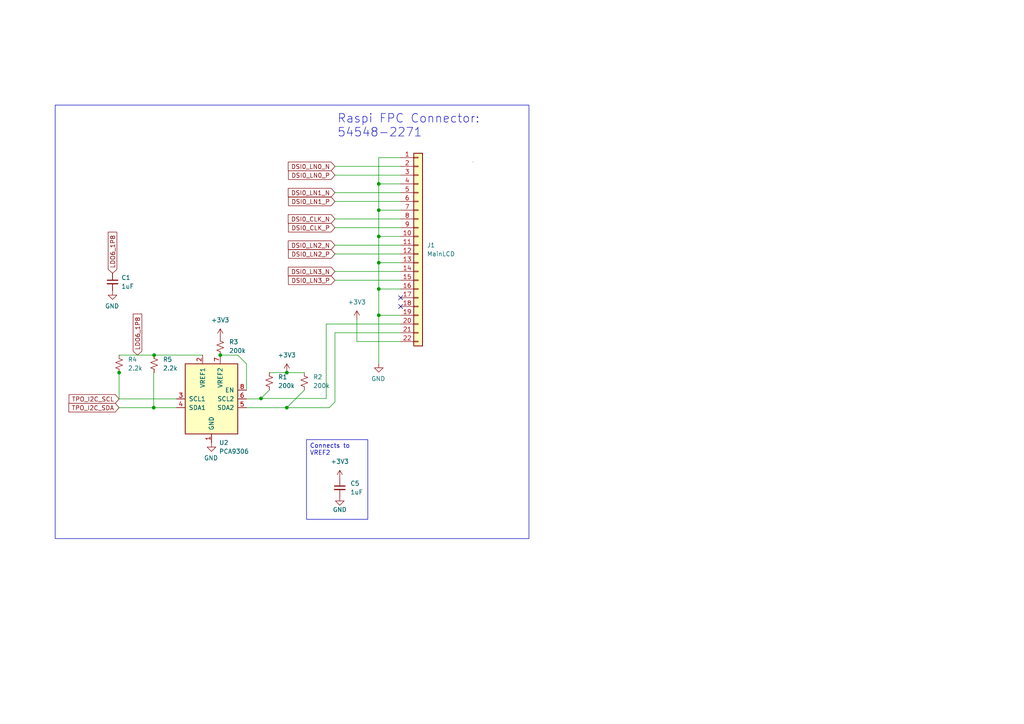
<source format=kicad_sch>
(kicad_sch (version 20230121) (generator eeschema)
  (paper "A4")
  (title_block (title "FusionX") (date "2023-08-15") (rev "1") (company "NoahGWood") (comment 1 "License: The Unlicense") (comment 2 "twitch.tv/u/noahgwood") (comment 3 "Developed Live On:") (comment 4 "SC600Y Based Smartphone"))
  (lib_symbols
    (symbol "Connector_Generic:Conn_01x22" (pin_names (offset 1.016) hide)
      (property "Reference" "J" (at 0 27.94 0))
      (property "Value" "Conn_01x22" (at 0 -30.48 0))
      (symbol "Conn_01x22_1_1"
        (rectangle (start -1.27 -27.813) (end 0 -28.067) (stroke (width 0.1524)))
        (rectangle (start -1.27 -25.273) (end 0 -25.527) (stroke (width 0.1524)))
        (rectangle (start -1.27 -22.733) (end 0 -22.987) (stroke (width 0.1524)))
        (rectangle (start -1.27 -20.193) (end 0 -20.447) (stroke (width 0.1524)))
        (rectangle (start -1.27 -17.653) (end 0 -17.907) (stroke (width 0.1524)))
        (rectangle (start -1.27 -15.113) (end 0 -15.367) (stroke (width 0.1524)))
        (rectangle (start -1.27 -12.573) (end 0 -12.827) (stroke (width 0.1524)))
        (rectangle (start -1.27 -10.033) (end 0 -10.287) (stroke (width 0.1524)))
        (rectangle (start -1.27 -7.493) (end 0 -7.747) (stroke (width 0.1524)))
        (rectangle (start -1.27 -4.953) (end 0 -5.207) (stroke (width 0.1524)))
        (rectangle (start -1.27 -2.413) (end 0 -2.667) (stroke (width 0.1524)))
        (rectangle (start -1.27 0.127) (end 0 -0.127) (stroke (width 0.1524)))
        (rectangle (start -1.27 2.667) (end 0 2.413) (stroke (width 0.1524)))
        (rectangle (start -1.27 5.207) (end 0 4.953) (stroke (width 0.1524)))
        (rectangle (start -1.27 7.747) (end 0 7.493) (stroke (width 0.1524)))
        (rectangle (start -1.27 10.287) (end 0 10.033) (stroke (width 0.1524)))
        (rectangle (start -1.27 12.827) (end 0 12.573) (stroke (width 0.1524)))
        (rectangle (start -1.27 15.367) (end 0 15.113) (stroke (width 0.1524)))
        (rectangle (start -1.27 17.907) (end 0 17.653) (stroke (width 0.1524)))
        (rectangle (start -1.27 20.447) (end 0 20.193) (stroke (width 0.1524)))
        (rectangle (start -1.27 22.987) (end 0 22.733) (stroke (width 0.1524)))
        (rectangle (start -1.27 25.527) (end 0 25.273) (stroke (width 0.1524)))
        (rectangle (start -1.27 26.67) (end 1.27 -29.21) (stroke (width 0.254)) (fill (type background)))
        (pin passive line (at -5.08 25.4 0) (length 3.81) (name "Pin_1") (number "1"))
        (pin passive line (at -5.08 2.54 0) (length 3.81) (name "Pin_10") (number "10"))
        (pin passive line (at -5.08 0 0) (length 3.81) (name "Pin_11") (number "11"))
        (pin passive line (at -5.08 -2.54 0) (length 3.81) (name "Pin_12") (number "12"))
        (pin passive line (at -5.08 -5.08 0) (length 3.81) (name "Pin_13") (number "13"))
        (pin passive line (at -5.08 -7.62 0) (length 3.81) (name "Pin_14") (number "14"))
        (pin passive line (at -5.08 -10.16 0) (length 3.81) (name "Pin_15") (number "15"))
        (pin passive line (at -5.08 -12.7 0) (length 3.81) (name "Pin_16") (number "16"))
        (pin passive line (at -5.08 -15.24 0) (length 3.81) (name "Pin_17") (number "17"))
        (pin passive line (at -5.08 -17.78 0) (length 3.81) (name "Pin_18") (number "18"))
        (pin passive line (at -5.08 -20.32 0) (length 3.81) (name "Pin_19") (number "19"))
        (pin passive line (at -5.08 22.86 0) (length 3.81) (name "Pin_2") (number "2"))
        (pin passive line (at -5.08 -22.86 0) (length 3.81) (name "Pin_20") (number "20"))
        (pin passive line (at -5.08 -25.4 0) (length 3.81) (name "Pin_21") (number "21"))
        (pin passive line (at -5.08 -27.94 0) (length 3.81) (name "Pin_22") (number "22"))
        (pin passive line (at -5.08 20.32 0) (length 3.81) (name "Pin_3") (number "3"))
        (pin passive line (at -5.08 17.78 0) (length 3.81) (name "Pin_4") (number "4"))
        (pin passive line (at -5.08 15.24 0) (length 3.81) (name "Pin_5") (number "5"))
        (pin passive line (at -5.08 12.7 0) (length 3.81) (name "Pin_6") (number "6"))
        (pin passive line (at -5.08 10.16 0) (length 3.81) (name "Pin_7") (number "7"))
        (pin passive line (at -5.08 7.62 0) (length 3.81) (name "Pin_8") (number "8"))
        (pin passive line (at -5.08 5.08 0) (length 3.81) (name "Pin_9") (number "9"))
      )
    )
    (symbol "Device:C_Small" (pin_numbers hide) (pin_names (offset 0.254) hide)
      (property "Reference" "C" (at 0.254 1.778 0))
      (property "Value" "C_Small" (at 0.254 -2.032 0))
      (symbol "C_Small_0_1"
        (polyline (pts (xy -1.524 -0.508) (xy 1.524 -0.508)) (stroke (width 0.3302)))
        (polyline (pts (xy -1.524 0.508) (xy 1.524 0.508)) (stroke (width 0.3048)))
      )
      (symbol "C_Small_1_1"
        (pin passive line (at 0 2.54 270) (length 2.032) (name "~") (number "1"))
        (pin passive line (at 0 -2.54 90) (length 2.032) (name "~") (number "2"))
      )
    )
    (symbol "Device:R_Small_US" (pin_numbers hide) (pin_names (offset 0.254) hide)
      (property "Reference" "R" (at 0.762 0.508 0))
      (property "Value" "R_Small_US" (at 0.762 -1.016 0))
      (symbol "R_Small_US_1_1"
        (polyline (pts (xy 0 0) (xy 1.016 -0.381) (xy 0 -0.762) (xy -1.016 -1.143) (xy 0 -1.524)))
        (polyline (pts (xy 0 1.524) (xy 1.016 1.143) (xy 0 0.762) (xy -1.016 0.381) (xy 0 0)))
        (pin passive line (at 0 2.54 270) (length 1.016) (name "~") (number "1"))
        (pin passive line (at 0 -2.54 90) (length 1.016) (name "~") (number "2"))
      )
    )
    (symbol "Interface:PCA9306" (pin_names (offset 1.016))
      (property "Reference" "U" (at -7.62 11.43 0))
      (property "Value" "PCA9306" (at 5.08 11.43 0))
      (symbol "PCA9306_0_1"
        (rectangle (start -7.62 10.16) (end 7.62 -10.16) (stroke (width 0.254)) (fill (type background)))
      )
      (symbol "PCA9306_1_1"
        (pin power_in line (at 0 -12.7 90) (length 2.54) (name "GND") (number "1"))
        (pin power_in line (at -2.54 12.7 270) (length 2.54) (name "VREF1") (number "2"))
        (pin bidirectional line (at -10.16 0 0) (length 2.54) (name "SCL1") (number "3"))
        (pin bidirectional line (at -10.16 -2.54 0) (length 2.54) (name "SDA1") (number "4"))
        (pin bidirectional line (at 10.16 -2.54 180) (length 2.54) (name "SDA2") (number "5"))
        (pin bidirectional line (at 10.16 0 180) (length 2.54) (name "SCL2") (number "6"))
        (pin power_in line (at 2.54 12.7 270) (length 2.54) (name "VREF2") (number "7"))
        (pin input line (at 10.16 2.54 180) (length 2.54) (name "EN") (number "8"))
      )
    )
    (symbol "power:+3V3" (power) (pin_names (offset 0))
      (property "Value" "+3V3" (at 0 3.556 0))
      (symbol "+3V3_0_1"
        (polyline (pts (xy -0.762 1.27) (xy 0 2.54)))
        (polyline (pts (xy 0 0) (xy 0 2.54)))
        (polyline (pts (xy 0 2.54) (xy 0.762 1.27)))
      )
      (symbol "+3V3_1_1"
        (pin power_in line (at 0 0 90) (length 0) hide (name "+3V3") (number "1"))
      )
    )
    (symbol "power:GND" (power) (pin_names (offset 0))
      (property "Value" "GND" (at 0 -3.81 0))
      (symbol "GND_0_1"
        (polyline (pts (xy 0 0) (xy 0 -1.27) (xy 1.27 -1.27) (xy 0 -2.54) (xy -1.27 -1.27) (xy 0 -1.27)))
      )
      (symbol "GND_1_1"
        (pin power_in line (at 0 0 270) (length 0) hide (name "GND") (number "1"))
      )
    )
  )
  (junction (at 44.577 118.237))
  (junction (at 109.855 76.2))
  (junction (at 34.544 108.077))
  (junction (at 44.704 102.997))
  (junction (at 63.881 102.997))
  (junction (at 109.855 68.58))
  (junction (at 83.185 118.237))
  (junction (at 109.855 91.44))
  (junction (at 109.855 60.96))
  (junction (at 83.185 108.077))
  (junction (at 109.855 83.82))
  (junction (at 109.855 53.34))
  (junction (at 75.692 115.57))
  (no_connect (at 116.205 86.36))
  (no_connect (at 116.205 88.9))
  (wire (pts (xy 71.501 105.537) (xy 68.961 102.997)))
  (wire (pts (xy 94.615 93.98) (xy 116.205 93.98)))
  (wire (pts (xy 109.855 91.44) (xy 116.205 91.44)))
  (wire (pts (xy 34.544 115.697) (xy 51.181 115.697)))
  (wire (pts (xy 103.505 92.71) (xy 103.505 99.06)))
  (wire (pts (xy 103.505 99.06) (xy 116.205 99.06)))
  (wire (pts (xy 109.855 60.96) (xy 109.855 68.58)))
  (wire (pts (xy 44.704 102.997) (xy 58.801 102.997)))
  (wire (pts (xy 94.615 93.98) (xy 94.615 115.57)))
  (wire (pts (xy 109.855 68.58) (xy 109.855 76.2)))
  (wire (pts (xy 75.692 115.57) (xy 94.615 115.57)))
  (wire (pts (xy 71.501 118.237) (xy 83.185 118.237)))
  (wire (pts (xy 71.501 115.697) (xy 75.565 115.697)))
  (wire (pts (xy 109.855 83.82) (xy 116.205 83.82)))
  (wire (pts (xy 83.185 108.077) (xy 88.265 108.077)))
  (wire (pts (xy 97.155 66.04) (xy 116.205 66.04)))
  (wire (pts (xy 71.501 113.157) (xy 71.501 105.537)))
  (wire (pts (xy 109.855 91.44) (xy 109.855 105.41)))
  (wire (pts (xy 44.577 118.237) (xy 51.181 118.237)))
  (wire (pts (xy 109.855 76.2) (xy 109.855 83.82)))
  (wire (pts (xy 97.155 55.88) (xy 116.205 55.88)))
  (wire (pts (xy 109.855 45.72) (xy 109.855 53.34)))
  (wire (pts (xy 83.185 118.237) (xy 88.265 113.157)))
  (wire (pts (xy 97.155 48.26) (xy 116.205 48.26)))
  (wire (pts (xy 97.155 58.42) (xy 116.205 58.42)))
  (wire (pts (xy 97.155 96.52) (xy 116.205 96.52)))
  (wire (pts (xy 109.855 83.82) (xy 109.855 91.44)))
  (wire (pts (xy 109.855 53.34) (xy 116.205 53.34)))
  (wire (pts (xy 63.881 102.997) (xy 68.961 102.997)))
  (wire (pts (xy 109.855 68.58) (xy 116.205 68.58)))
  (wire (pts (xy 75.565 115.697) (xy 75.692 115.57)))
  (wire (pts (xy 34.544 108.077) (xy 34.544 115.697)))
  (wire (pts (xy 97.155 71.12) (xy 116.205 71.12)))
  (wire (pts (xy 34.544 118.237) (xy 44.577 118.237)))
  (wire (pts (xy 44.577 108.077) (xy 44.577 118.237)))
  (wire (pts (xy 97.155 63.5) (xy 116.205 63.5)))
  (wire (pts (xy 97.155 96.52) (xy 97.155 116.586)))
  (wire (pts (xy 109.855 53.34) (xy 109.855 60.96)))
  (wire (pts (xy 78.105 108.077) (xy 83.185 108.077)))
  (wire (pts (xy 109.855 60.96) (xy 116.205 60.96)))
  (wire (pts (xy 97.155 81.28) (xy 116.205 81.28)))
  (wire (pts (xy 75.692 115.57) (xy 78.105 113.157)))
  (wire (pts (xy 97.155 73.66) (xy 116.205 73.66)))
  (wire (pts (xy 83.185 118.237) (xy 95.504 118.237)))
  (wire (pts (xy 34.544 102.997) (xy 44.704 102.997)))
  (wire (pts (xy 109.855 45.72) (xy 116.205 45.72)))
  (wire (pts (xy 97.155 50.8) (xy 116.205 50.8)))
  (wire (pts (xy 109.855 76.2) (xy 116.205 76.2)))
  (wire (pts (xy 34.544 107.95) (xy 34.544 108.077)))
  (wire (pts (xy 97.155 78.74) (xy 116.205 78.74)))
  (wire (pts (xy 95.504 118.237) (xy 97.155 116.586)))
  (rectangle (start 137.16 46.99) (end 137.16 46.99))
  (rectangle (start 16.002 30.48) (end 153.416 156.21))
  (text_box "Connects to VREF2" (at 88.9 127.508 0) (size 17.78 23.114) (effects (font (size 1.27 1.27)) (justify left top)))
  (text "Raspi FPC Connector:\n54548-2271" (at 97.79 40.005 0) (effects (font (size 2.5 2.5)) (justify left bottom)))
  (global_label "DSI0_CLK_N" (shape input) (at 97.155 63.5 180) (property "Intersheetrefs" "${INTERSHEET_REFS}" (effects hide)))
  (global_label "DSI0_LN3_P" (shape input) (at 97.155 81.28 180) (property "Intersheetrefs" "${INTERSHEET_REFS}" (effects hide)))
  (global_label "LDO6_1P8" (shape input) (at 39.878 102.997 90) (property "Intersheetrefs" "${INTERSHEET_REFS}" (effects hide)))
  (global_label "DSI0_LN3_N" (shape input) (at 97.155 78.74 180) (property "Intersheetrefs" "${INTERSHEET_REFS}" (effects hide)))
  (global_label "DSI0_LN2_N" (shape input) (at 97.155 71.12 180) (property "Intersheetrefs" "${INTERSHEET_REFS}" (effects hide)))
  (global_label "DSI0_LN1_P" (shape input) (at 97.155 58.42 180) (property "Intersheetrefs" "${INTERSHEET_REFS}" (effects hide)))
  (global_label "DSI0_LN0_N" (shape input) (at 97.155 48.26 180) (property "Intersheetrefs" "${INTERSHEET_REFS}" (effects hide)))
  (global_label "TPO_I2C_SCL" (shape input) (at 34.544 115.697 180) (property "Intersheetrefs" "${INTERSHEET_REFS}" (effects hide)))
  (global_label "DSI0_LN0_P" (shape input) (at 97.155 50.8 180) (property "Intersheetrefs" "${INTERSHEET_REFS}" (effects hide)))
  (global_label "DSI0_CLK_P" (shape input) (at 97.155 66.04 180) (property "Intersheetrefs" "${INTERSHEET_REFS}" (effects hide)))
  (global_label "DSI0_LN1_N" (shape input) (at 97.155 55.88 180) (property "Intersheetrefs" "${INTERSHEET_REFS}" (effects hide)))
  (global_label "TPO_I2C_SDA" (shape input) (at 34.544 118.237 180) (property "Intersheetrefs" "${INTERSHEET_REFS}" (effects hide)))
  (global_label "LDO6_1P8" (shape input) (at 32.639 79.248 90) (property "Intersheetrefs" "${INTERSHEET_REFS}" (effects hide)))
  (global_label "DSI0_LN2_P" (shape input) (at 97.155 73.66 180) (property "Intersheetrefs" "${INTERSHEET_REFS}" (effects hide)))
  (symbol (lib_id "power:GND") (at 109.855 105.41 0) (unit 1)
    (property "Reference" "#PWR038" (effects hide))
    (property "Value" "GND" (at 111.76 109.855 0) (effects (justify right)))
    (instances (project "FusionX" (path "" (reference "#PWR038") (unit 1)) (path "" (reference "#PWR046") (unit 1))))
  )
  (symbol (lib_id "power:GND") (at 32.639 84.328 0) (unit 1)
    (property "Reference" "#PWR038" (effects hide))
    (property "Value" "GND" (at 34.544 88.773 0) (effects (justify right)))
    (instances (project "FusionX" (path "" (reference "#PWR038") (unit 1)) (path "" (reference "#PWR045") (unit 1))))
  )
  (symbol (lib_id "power:+3V3") (at 98.552 138.938 0) (unit 1)
    (property "Reference" "#PWR044" (effects hide))
    (property "Value" "+3V3" (at 98.552 133.858 0))
  )
  (symbol (lib_id "Device:C_Small") (at 32.639 81.788 0) (unit 1)
    (property "Reference" "C1" (at 35.179 80.5243 0) (effects (justify left)))
    (property "Value" "1uF" (at 35.179 83.0643 0) (effects (justify left)))
  )
  (symbol (lib_id "Device:R_Small_US") (at 88.265 110.617 0) (unit 1)
    (property "Reference" "R2" (at 90.805 109.347 0) (effects (justify left)))
    (property "Value" "200k" (at 90.805 111.887 0) (effects (justify left)))
  )
  (symbol (lib_id "Device:C_Small") (at 98.552 141.478 0) (unit 1)
    (property "Reference" "C5" (at 101.6 140.2143 0) (effects (justify left)))
    (property "Value" "1uF" (at 101.6 142.7543 0) (effects (justify left)))
  )
  (symbol (lib_id "Device:R_Small_US") (at 78.105 110.617 0) (unit 1)
    (property "Reference" "R1" (at 80.645 109.347 0) (effects (justify left)))
    (property "Value" "200k" (at 80.645 111.887 0) (effects (justify left)))
  )
  (symbol (lib_id "power:+3V3") (at 83.185 108.077 0) (unit 1)
    (property "Reference" "#PWR048" (effects hide))
    (property "Value" "+3V3" (at 83.185 102.997 0))
  )
  (symbol (lib_id "power:GND") (at 98.552 144.018 0) (unit 1)
    (property "Reference" "#PWR038" (effects hide))
    (property "Value" "GND" (at 100.584 147.828 0) (effects (justify right)))
    (instances (project "FusionX" (path "" (reference "#PWR038") (unit 1)) (path "" (reference "#PWR047") (unit 1))))
  )
  (symbol (lib_id "power:GND") (at 61.341 128.397 0) (unit 1)
    (property "Reference" "#PWR038" (effects hide))
    (property "Value" "GND" (at 63.246 132.842 0) (effects (justify right)))
    (instances (project "FusionX" (path "" (reference "#PWR038") (unit 1)) (path "" (reference "#PWR043") (unit 1))))
  )
  (symbol (lib_id "Device:R_Small_US") (at 63.881 100.457 0) (unit 1)
    (property "Reference" "R3" (at 66.421 99.187 0) (effects (justify left)))
    (property "Value" "200k" (at 66.421 101.727 0) (effects (justify left)))
  )
  (symbol (lib_id "Interface:PCA9306") (at 61.341 115.697 0) (unit 1)
    (property "Reference" "U2" (at 63.5351 128.397 0) (effects (justify left)))
    (property "Value" "PCA9306" (at 63.5351 130.937 0) (effects (justify left)))
    (property "Datasheet" "http://www.ti.com/lit/ds/symlink/pca9306.pdf" (effects hide))
  )
  (symbol (lib_id "power:+3V3") (at 103.505 92.71 0) (unit 1)
    (property "Reference" "#PWR040" (effects hide))
    (property "Value" "+3V3" (at 103.505 87.63 0))
  )
  (symbol (lib_id "power:+3V3") (at 63.881 97.917 0) (unit 1)
    (property "Reference" "#PWR049" (effects hide))
    (property "Value" "+3V3" (at 63.881 92.837 0))
  )
  (symbol (lib_id "Device:R_Small_US") (at 44.704 105.537 0) (unit 1)
    (property "Reference" "R5" (at 47.244 104.267 0) (effects (justify left)))
    (property "Value" "2.2k" (at 47.244 106.807 0) (effects (justify left)))
  )
  (symbol (lib_id "Device:R_Small_US") (at 34.544 105.537 0) (unit 1)
    (property "Reference" "R4" (at 37.084 104.267 0) (effects (justify left)))
    (property "Value" "2.2k" (at 37.084 106.807 0) (effects (justify left)))
  )
  (symbol (lib_id "Connector_Generic:Conn_01x22") (at 121.285 71.12 0) (unit 1)
    (property "Reference" "J1" (at 123.825 71.12 0) (effects (justify left)))
    (property "Value" "MainLCD" (at 123.825 73.66 0) (effects (justify left)))
  )
)
</source>
